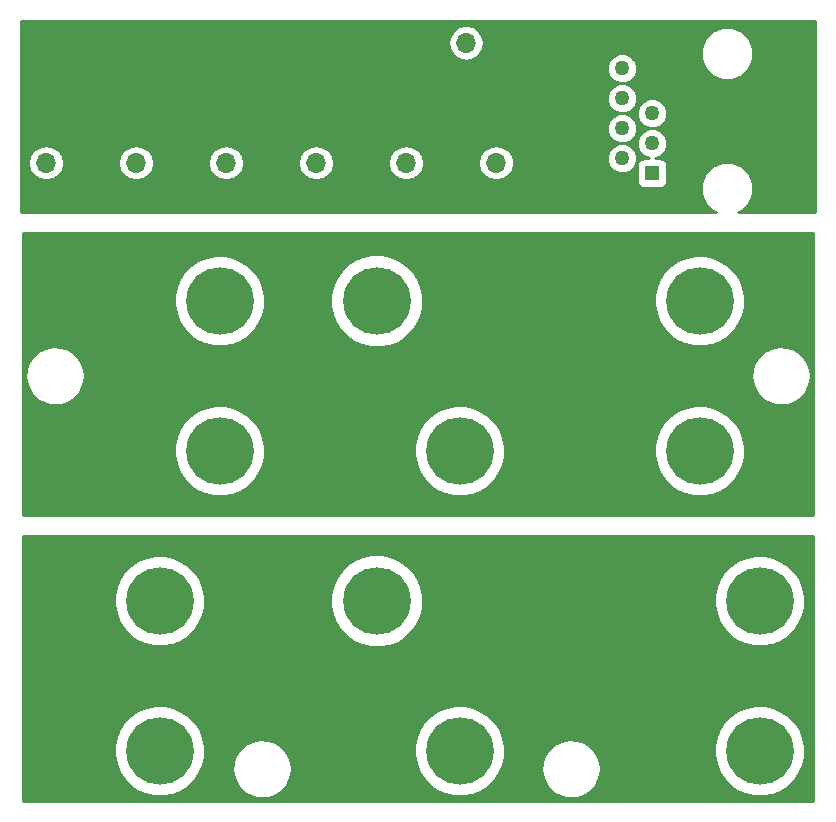
<source format=gbr>
G04 #@! TF.FileFunction,Copper,L2,Bot,Signal*
%FSLAX46Y46*%
G04 Gerber Fmt 4.6, Leading zero omitted, Abs format (unit mm)*
G04 Created by KiCad (PCBNEW 4.0.6) date 01/26/19 15:00:27*
%MOMM*%
%LPD*%
G01*
G04 APERTURE LIST*
%ADD10C,0.100000*%
%ADD11R,1.700000X1.700000*%
%ADD12O,1.700000X1.700000*%
%ADD13R,1.268000X1.268000*%
%ADD14C,1.268000*%
%ADD15C,5.715000*%
%ADD16C,0.254000*%
G04 APERTURE END LIST*
D10*
D11*
X144526000Y-66040000D03*
D12*
X147066000Y-66040000D03*
D11*
X111506000Y-73660000D03*
D12*
X111506000Y-76200000D03*
D11*
X119126000Y-73660000D03*
D12*
X119126000Y-76200000D03*
D11*
X126746000Y-73660000D03*
D12*
X126746000Y-76200000D03*
D11*
X134366000Y-73660000D03*
D12*
X134366000Y-76200000D03*
D11*
X141986000Y-73660000D03*
D12*
X141986000Y-76200000D03*
D11*
X149606000Y-73660000D03*
D12*
X149606000Y-76200000D03*
D13*
X162814000Y-77089000D03*
D14*
X160274000Y-75819000D03*
X162814000Y-74549000D03*
X160274000Y-73279000D03*
X162814000Y-72009000D03*
X160274000Y-70739000D03*
X162814000Y-69469000D03*
X160274000Y-68199000D03*
D15*
X146361150Y-87884000D03*
X139490450Y-87884000D03*
X146361150Y-113284000D03*
X139490450Y-113284000D03*
X165042850Y-113284000D03*
X171913550Y-113284000D03*
X114242850Y-125984000D03*
X121113550Y-125984000D03*
X139642850Y-125984000D03*
X146513550Y-125984000D03*
X165042850Y-125984000D03*
X171913550Y-125984000D03*
X119322850Y-100584000D03*
X126193550Y-100584000D03*
X114242850Y-113284000D03*
X121113550Y-113284000D03*
X159962850Y-100584000D03*
X166833550Y-100584000D03*
X139642850Y-100584000D03*
X146513550Y-100584000D03*
X119322850Y-87884000D03*
X126193550Y-87884000D03*
X159962850Y-87884000D03*
X166833550Y-87884000D03*
D16*
G36*
X176455000Y-106045000D02*
X109549000Y-106045000D01*
X109549000Y-100908306D01*
X122331490Y-100908306D01*
X122468034Y-101652274D01*
X122746482Y-102355552D01*
X123156227Y-102991353D01*
X123681663Y-103535457D01*
X124302776Y-103967142D01*
X124995908Y-104269964D01*
X125734657Y-104432389D01*
X126490886Y-104448229D01*
X127235790Y-104316883D01*
X127940994Y-104043352D01*
X128579640Y-103638055D01*
X129127399Y-103116431D01*
X129563410Y-102498347D01*
X129871063Y-101807346D01*
X130038641Y-101069748D01*
X130040895Y-100908306D01*
X142651490Y-100908306D01*
X142788034Y-101652274D01*
X143066482Y-102355552D01*
X143476227Y-102991353D01*
X144001663Y-103535457D01*
X144622776Y-103967142D01*
X145315908Y-104269964D01*
X146054657Y-104432389D01*
X146810886Y-104448229D01*
X147555790Y-104316883D01*
X148260994Y-104043352D01*
X148899640Y-103638055D01*
X149447399Y-103116431D01*
X149883410Y-102498347D01*
X150191063Y-101807346D01*
X150358641Y-101069748D01*
X150360895Y-100908306D01*
X162971490Y-100908306D01*
X163108034Y-101652274D01*
X163386482Y-102355552D01*
X163796227Y-102991353D01*
X164321663Y-103535457D01*
X164942776Y-103967142D01*
X165635908Y-104269964D01*
X166374657Y-104432389D01*
X167130886Y-104448229D01*
X167875790Y-104316883D01*
X168580994Y-104043352D01*
X169219640Y-103638055D01*
X169767399Y-103116431D01*
X170203410Y-102498347D01*
X170511063Y-101807346D01*
X170678641Y-101069748D01*
X170690705Y-100205803D01*
X170543787Y-99463813D01*
X170255548Y-98764492D01*
X169836965Y-98134474D01*
X169303984Y-97597759D01*
X168676904Y-97174788D01*
X167979611Y-96881674D01*
X167238666Y-96729579D01*
X166482290Y-96724299D01*
X165739293Y-96866033D01*
X165037976Y-97149383D01*
X164405052Y-97563557D01*
X163864628Y-98092779D01*
X163437290Y-98716890D01*
X163139315Y-99412120D01*
X162982051Y-100151985D01*
X162971490Y-100908306D01*
X150360895Y-100908306D01*
X150370705Y-100205803D01*
X150223787Y-99463813D01*
X149935548Y-98764492D01*
X149516965Y-98134474D01*
X148983984Y-97597759D01*
X148356904Y-97174788D01*
X147659611Y-96881674D01*
X146918666Y-96729579D01*
X146162290Y-96724299D01*
X145419293Y-96866033D01*
X144717976Y-97149383D01*
X144085052Y-97563557D01*
X143544628Y-98092779D01*
X143117290Y-98716890D01*
X142819315Y-99412120D01*
X142662051Y-100151985D01*
X142651490Y-100908306D01*
X130040895Y-100908306D01*
X130050705Y-100205803D01*
X129903787Y-99463813D01*
X129615548Y-98764492D01*
X129196965Y-98134474D01*
X128663984Y-97597759D01*
X128036904Y-97174788D01*
X127339611Y-96881674D01*
X126598666Y-96729579D01*
X125842290Y-96724299D01*
X125099293Y-96866033D01*
X124397976Y-97149383D01*
X123765052Y-97563557D01*
X123224628Y-98092779D01*
X122797290Y-98716890D01*
X122499315Y-99412120D01*
X122342051Y-100151985D01*
X122331490Y-100908306D01*
X109549000Y-100908306D01*
X109549000Y-94269073D01*
X109756245Y-94269073D01*
X109810893Y-94756274D01*
X109959132Y-95223582D01*
X110195315Y-95653197D01*
X110510446Y-96028755D01*
X110892521Y-96335952D01*
X111326988Y-96563086D01*
X111797298Y-96701506D01*
X112285537Y-96745939D01*
X112773108Y-96694693D01*
X113241439Y-96549720D01*
X113672693Y-96316542D01*
X114050442Y-96004041D01*
X114360298Y-95624120D01*
X114590460Y-95191249D01*
X114732159Y-94721917D01*
X114776561Y-94269073D01*
X171224245Y-94269073D01*
X171278893Y-94756274D01*
X171427132Y-95223582D01*
X171663315Y-95653197D01*
X171978446Y-96028755D01*
X172360521Y-96335952D01*
X172794988Y-96563086D01*
X173265298Y-96701506D01*
X173753537Y-96745939D01*
X174241108Y-96694693D01*
X174709439Y-96549720D01*
X175140693Y-96316542D01*
X175518442Y-96004041D01*
X175828298Y-95624120D01*
X176058460Y-95191249D01*
X176200159Y-94721917D01*
X176248000Y-94234000D01*
X176247021Y-94163861D01*
X176185575Y-93677470D01*
X176030826Y-93212278D01*
X175788668Y-92786002D01*
X175468324Y-92414880D01*
X175081997Y-92113048D01*
X174644401Y-91892003D01*
X174172204Y-91760163D01*
X173683393Y-91722551D01*
X173196585Y-91780599D01*
X172730323Y-91932097D01*
X172302368Y-92171273D01*
X171929018Y-92489018D01*
X171624497Y-92873229D01*
X171400401Y-93309271D01*
X171265268Y-93780536D01*
X171224245Y-94269073D01*
X114776561Y-94269073D01*
X114780000Y-94234000D01*
X114779021Y-94163861D01*
X114717575Y-93677470D01*
X114562826Y-93212278D01*
X114320668Y-92786002D01*
X114000324Y-92414880D01*
X113613997Y-92113048D01*
X113176401Y-91892003D01*
X112704204Y-91760163D01*
X112215393Y-91722551D01*
X111728585Y-91780599D01*
X111262323Y-91932097D01*
X110834368Y-92171273D01*
X110461018Y-92489018D01*
X110156497Y-92873229D01*
X109932401Y-93309271D01*
X109797268Y-93780536D01*
X109756245Y-94269073D01*
X109549000Y-94269073D01*
X109549000Y-88208306D01*
X122331490Y-88208306D01*
X122468034Y-88952274D01*
X122746482Y-89655552D01*
X123156227Y-90291353D01*
X123681663Y-90835457D01*
X124302776Y-91267142D01*
X124995908Y-91569964D01*
X125734657Y-91732389D01*
X126490886Y-91748229D01*
X127235790Y-91616883D01*
X127940994Y-91343352D01*
X128579640Y-90938055D01*
X129127399Y-90416431D01*
X129563410Y-89798347D01*
X129871063Y-89107346D01*
X130038641Y-88369748D01*
X130040801Y-88215034D01*
X135548275Y-88215034D01*
X135687652Y-88974435D01*
X135971875Y-89692302D01*
X136390120Y-90341291D01*
X136926456Y-90896683D01*
X137560453Y-91337323D01*
X138267964Y-91646426D01*
X139022038Y-91812220D01*
X139793954Y-91828390D01*
X140554310Y-91694318D01*
X141274144Y-91415113D01*
X141926037Y-91001409D01*
X142485160Y-90468964D01*
X142930215Y-89838058D01*
X143244250Y-89132723D01*
X143415304Y-88379824D01*
X143417699Y-88208306D01*
X162971490Y-88208306D01*
X163108034Y-88952274D01*
X163386482Y-89655552D01*
X163796227Y-90291353D01*
X164321663Y-90835457D01*
X164942776Y-91267142D01*
X165635908Y-91569964D01*
X166374657Y-91732389D01*
X167130886Y-91748229D01*
X167875790Y-91616883D01*
X168580994Y-91343352D01*
X169219640Y-90938055D01*
X169767399Y-90416431D01*
X170203410Y-89798347D01*
X170511063Y-89107346D01*
X170678641Y-88369748D01*
X170690705Y-87505803D01*
X170543787Y-86763813D01*
X170255548Y-86064492D01*
X169836965Y-85434474D01*
X169303984Y-84897759D01*
X168676904Y-84474788D01*
X167979611Y-84181674D01*
X167238666Y-84029579D01*
X166482290Y-84024299D01*
X165739293Y-84166033D01*
X165037976Y-84449383D01*
X164405052Y-84863557D01*
X163864628Y-85392779D01*
X163437290Y-86016890D01*
X163139315Y-86712120D01*
X162982051Y-87451985D01*
X162971490Y-88208306D01*
X143417699Y-88208306D01*
X143427618Y-87497957D01*
X143277653Y-86740576D01*
X142983434Y-86026747D01*
X142556168Y-85383661D01*
X142012131Y-84835812D01*
X141372043Y-84404067D01*
X140660286Y-84104872D01*
X139903970Y-83949623D01*
X139131903Y-83944233D01*
X138373493Y-84088907D01*
X137657628Y-84378135D01*
X137011575Y-84800901D01*
X136459941Y-85341101D01*
X136023738Y-85978159D01*
X135719581Y-86687810D01*
X135559055Y-87443023D01*
X135548275Y-88215034D01*
X130040801Y-88215034D01*
X130050705Y-87505803D01*
X129903787Y-86763813D01*
X129615548Y-86064492D01*
X129196965Y-85434474D01*
X128663984Y-84897759D01*
X128036904Y-84474788D01*
X127339611Y-84181674D01*
X126598666Y-84029579D01*
X125842290Y-84024299D01*
X125099293Y-84166033D01*
X124397976Y-84449383D01*
X123765052Y-84863557D01*
X123224628Y-85392779D01*
X122797290Y-86016890D01*
X122499315Y-86712120D01*
X122342051Y-87451985D01*
X122331490Y-88208306D01*
X109549000Y-88208306D01*
X109549000Y-82169000D01*
X176455000Y-82169000D01*
X176455000Y-106045000D01*
X176455000Y-106045000D01*
G37*
X176455000Y-106045000D02*
X109549000Y-106045000D01*
X109549000Y-100908306D01*
X122331490Y-100908306D01*
X122468034Y-101652274D01*
X122746482Y-102355552D01*
X123156227Y-102991353D01*
X123681663Y-103535457D01*
X124302776Y-103967142D01*
X124995908Y-104269964D01*
X125734657Y-104432389D01*
X126490886Y-104448229D01*
X127235790Y-104316883D01*
X127940994Y-104043352D01*
X128579640Y-103638055D01*
X129127399Y-103116431D01*
X129563410Y-102498347D01*
X129871063Y-101807346D01*
X130038641Y-101069748D01*
X130040895Y-100908306D01*
X142651490Y-100908306D01*
X142788034Y-101652274D01*
X143066482Y-102355552D01*
X143476227Y-102991353D01*
X144001663Y-103535457D01*
X144622776Y-103967142D01*
X145315908Y-104269964D01*
X146054657Y-104432389D01*
X146810886Y-104448229D01*
X147555790Y-104316883D01*
X148260994Y-104043352D01*
X148899640Y-103638055D01*
X149447399Y-103116431D01*
X149883410Y-102498347D01*
X150191063Y-101807346D01*
X150358641Y-101069748D01*
X150360895Y-100908306D01*
X162971490Y-100908306D01*
X163108034Y-101652274D01*
X163386482Y-102355552D01*
X163796227Y-102991353D01*
X164321663Y-103535457D01*
X164942776Y-103967142D01*
X165635908Y-104269964D01*
X166374657Y-104432389D01*
X167130886Y-104448229D01*
X167875790Y-104316883D01*
X168580994Y-104043352D01*
X169219640Y-103638055D01*
X169767399Y-103116431D01*
X170203410Y-102498347D01*
X170511063Y-101807346D01*
X170678641Y-101069748D01*
X170690705Y-100205803D01*
X170543787Y-99463813D01*
X170255548Y-98764492D01*
X169836965Y-98134474D01*
X169303984Y-97597759D01*
X168676904Y-97174788D01*
X167979611Y-96881674D01*
X167238666Y-96729579D01*
X166482290Y-96724299D01*
X165739293Y-96866033D01*
X165037976Y-97149383D01*
X164405052Y-97563557D01*
X163864628Y-98092779D01*
X163437290Y-98716890D01*
X163139315Y-99412120D01*
X162982051Y-100151985D01*
X162971490Y-100908306D01*
X150360895Y-100908306D01*
X150370705Y-100205803D01*
X150223787Y-99463813D01*
X149935548Y-98764492D01*
X149516965Y-98134474D01*
X148983984Y-97597759D01*
X148356904Y-97174788D01*
X147659611Y-96881674D01*
X146918666Y-96729579D01*
X146162290Y-96724299D01*
X145419293Y-96866033D01*
X144717976Y-97149383D01*
X144085052Y-97563557D01*
X143544628Y-98092779D01*
X143117290Y-98716890D01*
X142819315Y-99412120D01*
X142662051Y-100151985D01*
X142651490Y-100908306D01*
X130040895Y-100908306D01*
X130050705Y-100205803D01*
X129903787Y-99463813D01*
X129615548Y-98764492D01*
X129196965Y-98134474D01*
X128663984Y-97597759D01*
X128036904Y-97174788D01*
X127339611Y-96881674D01*
X126598666Y-96729579D01*
X125842290Y-96724299D01*
X125099293Y-96866033D01*
X124397976Y-97149383D01*
X123765052Y-97563557D01*
X123224628Y-98092779D01*
X122797290Y-98716890D01*
X122499315Y-99412120D01*
X122342051Y-100151985D01*
X122331490Y-100908306D01*
X109549000Y-100908306D01*
X109549000Y-94269073D01*
X109756245Y-94269073D01*
X109810893Y-94756274D01*
X109959132Y-95223582D01*
X110195315Y-95653197D01*
X110510446Y-96028755D01*
X110892521Y-96335952D01*
X111326988Y-96563086D01*
X111797298Y-96701506D01*
X112285537Y-96745939D01*
X112773108Y-96694693D01*
X113241439Y-96549720D01*
X113672693Y-96316542D01*
X114050442Y-96004041D01*
X114360298Y-95624120D01*
X114590460Y-95191249D01*
X114732159Y-94721917D01*
X114776561Y-94269073D01*
X171224245Y-94269073D01*
X171278893Y-94756274D01*
X171427132Y-95223582D01*
X171663315Y-95653197D01*
X171978446Y-96028755D01*
X172360521Y-96335952D01*
X172794988Y-96563086D01*
X173265298Y-96701506D01*
X173753537Y-96745939D01*
X174241108Y-96694693D01*
X174709439Y-96549720D01*
X175140693Y-96316542D01*
X175518442Y-96004041D01*
X175828298Y-95624120D01*
X176058460Y-95191249D01*
X176200159Y-94721917D01*
X176248000Y-94234000D01*
X176247021Y-94163861D01*
X176185575Y-93677470D01*
X176030826Y-93212278D01*
X175788668Y-92786002D01*
X175468324Y-92414880D01*
X175081997Y-92113048D01*
X174644401Y-91892003D01*
X174172204Y-91760163D01*
X173683393Y-91722551D01*
X173196585Y-91780599D01*
X172730323Y-91932097D01*
X172302368Y-92171273D01*
X171929018Y-92489018D01*
X171624497Y-92873229D01*
X171400401Y-93309271D01*
X171265268Y-93780536D01*
X171224245Y-94269073D01*
X114776561Y-94269073D01*
X114780000Y-94234000D01*
X114779021Y-94163861D01*
X114717575Y-93677470D01*
X114562826Y-93212278D01*
X114320668Y-92786002D01*
X114000324Y-92414880D01*
X113613997Y-92113048D01*
X113176401Y-91892003D01*
X112704204Y-91760163D01*
X112215393Y-91722551D01*
X111728585Y-91780599D01*
X111262323Y-91932097D01*
X110834368Y-92171273D01*
X110461018Y-92489018D01*
X110156497Y-92873229D01*
X109932401Y-93309271D01*
X109797268Y-93780536D01*
X109756245Y-94269073D01*
X109549000Y-94269073D01*
X109549000Y-88208306D01*
X122331490Y-88208306D01*
X122468034Y-88952274D01*
X122746482Y-89655552D01*
X123156227Y-90291353D01*
X123681663Y-90835457D01*
X124302776Y-91267142D01*
X124995908Y-91569964D01*
X125734657Y-91732389D01*
X126490886Y-91748229D01*
X127235790Y-91616883D01*
X127940994Y-91343352D01*
X128579640Y-90938055D01*
X129127399Y-90416431D01*
X129563410Y-89798347D01*
X129871063Y-89107346D01*
X130038641Y-88369748D01*
X130040801Y-88215034D01*
X135548275Y-88215034D01*
X135687652Y-88974435D01*
X135971875Y-89692302D01*
X136390120Y-90341291D01*
X136926456Y-90896683D01*
X137560453Y-91337323D01*
X138267964Y-91646426D01*
X139022038Y-91812220D01*
X139793954Y-91828390D01*
X140554310Y-91694318D01*
X141274144Y-91415113D01*
X141926037Y-91001409D01*
X142485160Y-90468964D01*
X142930215Y-89838058D01*
X143244250Y-89132723D01*
X143415304Y-88379824D01*
X143417699Y-88208306D01*
X162971490Y-88208306D01*
X163108034Y-88952274D01*
X163386482Y-89655552D01*
X163796227Y-90291353D01*
X164321663Y-90835457D01*
X164942776Y-91267142D01*
X165635908Y-91569964D01*
X166374657Y-91732389D01*
X167130886Y-91748229D01*
X167875790Y-91616883D01*
X168580994Y-91343352D01*
X169219640Y-90938055D01*
X169767399Y-90416431D01*
X170203410Y-89798347D01*
X170511063Y-89107346D01*
X170678641Y-88369748D01*
X170690705Y-87505803D01*
X170543787Y-86763813D01*
X170255548Y-86064492D01*
X169836965Y-85434474D01*
X169303984Y-84897759D01*
X168676904Y-84474788D01*
X167979611Y-84181674D01*
X167238666Y-84029579D01*
X166482290Y-84024299D01*
X165739293Y-84166033D01*
X165037976Y-84449383D01*
X164405052Y-84863557D01*
X163864628Y-85392779D01*
X163437290Y-86016890D01*
X163139315Y-86712120D01*
X162982051Y-87451985D01*
X162971490Y-88208306D01*
X143417699Y-88208306D01*
X143427618Y-87497957D01*
X143277653Y-86740576D01*
X142983434Y-86026747D01*
X142556168Y-85383661D01*
X142012131Y-84835812D01*
X141372043Y-84404067D01*
X140660286Y-84104872D01*
X139903970Y-83949623D01*
X139131903Y-83944233D01*
X138373493Y-84088907D01*
X137657628Y-84378135D01*
X137011575Y-84800901D01*
X136459941Y-85341101D01*
X136023738Y-85978159D01*
X135719581Y-86687810D01*
X135559055Y-87443023D01*
X135548275Y-88215034D01*
X130040801Y-88215034D01*
X130050705Y-87505803D01*
X129903787Y-86763813D01*
X129615548Y-86064492D01*
X129196965Y-85434474D01*
X128663984Y-84897759D01*
X128036904Y-84474788D01*
X127339611Y-84181674D01*
X126598666Y-84029579D01*
X125842290Y-84024299D01*
X125099293Y-84166033D01*
X124397976Y-84449383D01*
X123765052Y-84863557D01*
X123224628Y-85392779D01*
X122797290Y-86016890D01*
X122499315Y-86712120D01*
X122342051Y-87451985D01*
X122331490Y-88208306D01*
X109549000Y-88208306D01*
X109549000Y-82169000D01*
X176455000Y-82169000D01*
X176455000Y-106045000D01*
G36*
X176455000Y-130227000D02*
X109549000Y-130227000D01*
X109549000Y-126308306D01*
X117251490Y-126308306D01*
X117388034Y-127052274D01*
X117666482Y-127755552D01*
X118076227Y-128391353D01*
X118601663Y-128935457D01*
X119222776Y-129367142D01*
X119915908Y-129669964D01*
X120654657Y-129832389D01*
X121410886Y-129848229D01*
X122155790Y-129716883D01*
X122860994Y-129443352D01*
X123499640Y-129038055D01*
X124047399Y-128516431D01*
X124483410Y-127898347D01*
X124641587Y-127543073D01*
X127282245Y-127543073D01*
X127336893Y-128030274D01*
X127485132Y-128497582D01*
X127721315Y-128927197D01*
X128036446Y-129302755D01*
X128418521Y-129609952D01*
X128852988Y-129837086D01*
X129323298Y-129975506D01*
X129811537Y-130019939D01*
X130299108Y-129968693D01*
X130767439Y-129823720D01*
X131198693Y-129590542D01*
X131576442Y-129278041D01*
X131886298Y-128898120D01*
X132116460Y-128465249D01*
X132258159Y-127995917D01*
X132306000Y-127508000D01*
X132305021Y-127437861D01*
X132243575Y-126951470D01*
X132088826Y-126486278D01*
X131987725Y-126308306D01*
X142651490Y-126308306D01*
X142788034Y-127052274D01*
X143066482Y-127755552D01*
X143476227Y-128391353D01*
X144001663Y-128935457D01*
X144622776Y-129367142D01*
X145315908Y-129669964D01*
X146054657Y-129832389D01*
X146810886Y-129848229D01*
X147555790Y-129716883D01*
X148260994Y-129443352D01*
X148899640Y-129038055D01*
X149447399Y-128516431D01*
X149883410Y-127898347D01*
X150041587Y-127543073D01*
X153444245Y-127543073D01*
X153498893Y-128030274D01*
X153647132Y-128497582D01*
X153883315Y-128927197D01*
X154198446Y-129302755D01*
X154580521Y-129609952D01*
X155014988Y-129837086D01*
X155485298Y-129975506D01*
X155973537Y-130019939D01*
X156461108Y-129968693D01*
X156929439Y-129823720D01*
X157360693Y-129590542D01*
X157738442Y-129278041D01*
X158048298Y-128898120D01*
X158278460Y-128465249D01*
X158420159Y-127995917D01*
X158468000Y-127508000D01*
X158467021Y-127437861D01*
X158405575Y-126951470D01*
X158250826Y-126486278D01*
X158149725Y-126308306D01*
X168051490Y-126308306D01*
X168188034Y-127052274D01*
X168466482Y-127755552D01*
X168876227Y-128391353D01*
X169401663Y-128935457D01*
X170022776Y-129367142D01*
X170715908Y-129669964D01*
X171454657Y-129832389D01*
X172210886Y-129848229D01*
X172955790Y-129716883D01*
X173660994Y-129443352D01*
X174299640Y-129038055D01*
X174847399Y-128516431D01*
X175283410Y-127898347D01*
X175591063Y-127207346D01*
X175758641Y-126469748D01*
X175770705Y-125605803D01*
X175623787Y-124863813D01*
X175335548Y-124164492D01*
X174916965Y-123534474D01*
X174383984Y-122997759D01*
X173756904Y-122574788D01*
X173059611Y-122281674D01*
X172318666Y-122129579D01*
X171562290Y-122124299D01*
X170819293Y-122266033D01*
X170117976Y-122549383D01*
X169485052Y-122963557D01*
X168944628Y-123492779D01*
X168517290Y-124116890D01*
X168219315Y-124812120D01*
X168062051Y-125551985D01*
X168051490Y-126308306D01*
X158149725Y-126308306D01*
X158008668Y-126060002D01*
X157688324Y-125688880D01*
X157301997Y-125387048D01*
X156864401Y-125166003D01*
X156392204Y-125034163D01*
X155903393Y-124996551D01*
X155416585Y-125054599D01*
X154950323Y-125206097D01*
X154522368Y-125445273D01*
X154149018Y-125763018D01*
X153844497Y-126147229D01*
X153620401Y-126583271D01*
X153485268Y-127054536D01*
X153444245Y-127543073D01*
X150041587Y-127543073D01*
X150191063Y-127207346D01*
X150358641Y-126469748D01*
X150370705Y-125605803D01*
X150223787Y-124863813D01*
X149935548Y-124164492D01*
X149516965Y-123534474D01*
X148983984Y-122997759D01*
X148356904Y-122574788D01*
X147659611Y-122281674D01*
X146918666Y-122129579D01*
X146162290Y-122124299D01*
X145419293Y-122266033D01*
X144717976Y-122549383D01*
X144085052Y-122963557D01*
X143544628Y-123492779D01*
X143117290Y-124116890D01*
X142819315Y-124812120D01*
X142662051Y-125551985D01*
X142651490Y-126308306D01*
X131987725Y-126308306D01*
X131846668Y-126060002D01*
X131526324Y-125688880D01*
X131139997Y-125387048D01*
X130702401Y-125166003D01*
X130230204Y-125034163D01*
X129741393Y-124996551D01*
X129254585Y-125054599D01*
X128788323Y-125206097D01*
X128360368Y-125445273D01*
X127987018Y-125763018D01*
X127682497Y-126147229D01*
X127458401Y-126583271D01*
X127323268Y-127054536D01*
X127282245Y-127543073D01*
X124641587Y-127543073D01*
X124791063Y-127207346D01*
X124958641Y-126469748D01*
X124970705Y-125605803D01*
X124823787Y-124863813D01*
X124535548Y-124164492D01*
X124116965Y-123534474D01*
X123583984Y-122997759D01*
X122956904Y-122574788D01*
X122259611Y-122281674D01*
X121518666Y-122129579D01*
X120762290Y-122124299D01*
X120019293Y-122266033D01*
X119317976Y-122549383D01*
X118685052Y-122963557D01*
X118144628Y-123492779D01*
X117717290Y-124116890D01*
X117419315Y-124812120D01*
X117262051Y-125551985D01*
X117251490Y-126308306D01*
X109549000Y-126308306D01*
X109549000Y-113608306D01*
X117251490Y-113608306D01*
X117388034Y-114352274D01*
X117666482Y-115055552D01*
X118076227Y-115691353D01*
X118601663Y-116235457D01*
X119222776Y-116667142D01*
X119915908Y-116969964D01*
X120654657Y-117132389D01*
X121410886Y-117148229D01*
X122155790Y-117016883D01*
X122860994Y-116743352D01*
X123499640Y-116338055D01*
X124047399Y-115816431D01*
X124483410Y-115198347D01*
X124791063Y-114507346D01*
X124958641Y-113769748D01*
X124960801Y-113615034D01*
X135548275Y-113615034D01*
X135687652Y-114374435D01*
X135971875Y-115092302D01*
X136390120Y-115741291D01*
X136926456Y-116296683D01*
X137560453Y-116737323D01*
X138267964Y-117046426D01*
X139022038Y-117212220D01*
X139793954Y-117228390D01*
X140554310Y-117094318D01*
X141274144Y-116815113D01*
X141926037Y-116401409D01*
X142485160Y-115868964D01*
X142930215Y-115238058D01*
X143244250Y-114532723D01*
X143415304Y-113779824D01*
X143417699Y-113608306D01*
X168051490Y-113608306D01*
X168188034Y-114352274D01*
X168466482Y-115055552D01*
X168876227Y-115691353D01*
X169401663Y-116235457D01*
X170022776Y-116667142D01*
X170715908Y-116969964D01*
X171454657Y-117132389D01*
X172210886Y-117148229D01*
X172955790Y-117016883D01*
X173660994Y-116743352D01*
X174299640Y-116338055D01*
X174847399Y-115816431D01*
X175283410Y-115198347D01*
X175591063Y-114507346D01*
X175758641Y-113769748D01*
X175770705Y-112905803D01*
X175623787Y-112163813D01*
X175335548Y-111464492D01*
X174916965Y-110834474D01*
X174383984Y-110297759D01*
X173756904Y-109874788D01*
X173059611Y-109581674D01*
X172318666Y-109429579D01*
X171562290Y-109424299D01*
X170819293Y-109566033D01*
X170117976Y-109849383D01*
X169485052Y-110263557D01*
X168944628Y-110792779D01*
X168517290Y-111416890D01*
X168219315Y-112112120D01*
X168062051Y-112851985D01*
X168051490Y-113608306D01*
X143417699Y-113608306D01*
X143427618Y-112897957D01*
X143277653Y-112140576D01*
X142983434Y-111426747D01*
X142556168Y-110783661D01*
X142012131Y-110235812D01*
X141372043Y-109804067D01*
X140660286Y-109504872D01*
X139903970Y-109349623D01*
X139131903Y-109344233D01*
X138373493Y-109488907D01*
X137657628Y-109778135D01*
X137011575Y-110200901D01*
X136459941Y-110741101D01*
X136023738Y-111378159D01*
X135719581Y-112087810D01*
X135559055Y-112843023D01*
X135548275Y-113615034D01*
X124960801Y-113615034D01*
X124970705Y-112905803D01*
X124823787Y-112163813D01*
X124535548Y-111464492D01*
X124116965Y-110834474D01*
X123583984Y-110297759D01*
X122956904Y-109874788D01*
X122259611Y-109581674D01*
X121518666Y-109429579D01*
X120762290Y-109424299D01*
X120019293Y-109566033D01*
X119317976Y-109849383D01*
X118685052Y-110263557D01*
X118144628Y-110792779D01*
X117717290Y-111416890D01*
X117419315Y-112112120D01*
X117262051Y-112851985D01*
X117251490Y-113608306D01*
X109549000Y-113608306D01*
X109549000Y-107823000D01*
X176455000Y-107823000D01*
X176455000Y-130227000D01*
X176455000Y-130227000D01*
G37*
X176455000Y-130227000D02*
X109549000Y-130227000D01*
X109549000Y-126308306D01*
X117251490Y-126308306D01*
X117388034Y-127052274D01*
X117666482Y-127755552D01*
X118076227Y-128391353D01*
X118601663Y-128935457D01*
X119222776Y-129367142D01*
X119915908Y-129669964D01*
X120654657Y-129832389D01*
X121410886Y-129848229D01*
X122155790Y-129716883D01*
X122860994Y-129443352D01*
X123499640Y-129038055D01*
X124047399Y-128516431D01*
X124483410Y-127898347D01*
X124641587Y-127543073D01*
X127282245Y-127543073D01*
X127336893Y-128030274D01*
X127485132Y-128497582D01*
X127721315Y-128927197D01*
X128036446Y-129302755D01*
X128418521Y-129609952D01*
X128852988Y-129837086D01*
X129323298Y-129975506D01*
X129811537Y-130019939D01*
X130299108Y-129968693D01*
X130767439Y-129823720D01*
X131198693Y-129590542D01*
X131576442Y-129278041D01*
X131886298Y-128898120D01*
X132116460Y-128465249D01*
X132258159Y-127995917D01*
X132306000Y-127508000D01*
X132305021Y-127437861D01*
X132243575Y-126951470D01*
X132088826Y-126486278D01*
X131987725Y-126308306D01*
X142651490Y-126308306D01*
X142788034Y-127052274D01*
X143066482Y-127755552D01*
X143476227Y-128391353D01*
X144001663Y-128935457D01*
X144622776Y-129367142D01*
X145315908Y-129669964D01*
X146054657Y-129832389D01*
X146810886Y-129848229D01*
X147555790Y-129716883D01*
X148260994Y-129443352D01*
X148899640Y-129038055D01*
X149447399Y-128516431D01*
X149883410Y-127898347D01*
X150041587Y-127543073D01*
X153444245Y-127543073D01*
X153498893Y-128030274D01*
X153647132Y-128497582D01*
X153883315Y-128927197D01*
X154198446Y-129302755D01*
X154580521Y-129609952D01*
X155014988Y-129837086D01*
X155485298Y-129975506D01*
X155973537Y-130019939D01*
X156461108Y-129968693D01*
X156929439Y-129823720D01*
X157360693Y-129590542D01*
X157738442Y-129278041D01*
X158048298Y-128898120D01*
X158278460Y-128465249D01*
X158420159Y-127995917D01*
X158468000Y-127508000D01*
X158467021Y-127437861D01*
X158405575Y-126951470D01*
X158250826Y-126486278D01*
X158149725Y-126308306D01*
X168051490Y-126308306D01*
X168188034Y-127052274D01*
X168466482Y-127755552D01*
X168876227Y-128391353D01*
X169401663Y-128935457D01*
X170022776Y-129367142D01*
X170715908Y-129669964D01*
X171454657Y-129832389D01*
X172210886Y-129848229D01*
X172955790Y-129716883D01*
X173660994Y-129443352D01*
X174299640Y-129038055D01*
X174847399Y-128516431D01*
X175283410Y-127898347D01*
X175591063Y-127207346D01*
X175758641Y-126469748D01*
X175770705Y-125605803D01*
X175623787Y-124863813D01*
X175335548Y-124164492D01*
X174916965Y-123534474D01*
X174383984Y-122997759D01*
X173756904Y-122574788D01*
X173059611Y-122281674D01*
X172318666Y-122129579D01*
X171562290Y-122124299D01*
X170819293Y-122266033D01*
X170117976Y-122549383D01*
X169485052Y-122963557D01*
X168944628Y-123492779D01*
X168517290Y-124116890D01*
X168219315Y-124812120D01*
X168062051Y-125551985D01*
X168051490Y-126308306D01*
X158149725Y-126308306D01*
X158008668Y-126060002D01*
X157688324Y-125688880D01*
X157301997Y-125387048D01*
X156864401Y-125166003D01*
X156392204Y-125034163D01*
X155903393Y-124996551D01*
X155416585Y-125054599D01*
X154950323Y-125206097D01*
X154522368Y-125445273D01*
X154149018Y-125763018D01*
X153844497Y-126147229D01*
X153620401Y-126583271D01*
X153485268Y-127054536D01*
X153444245Y-127543073D01*
X150041587Y-127543073D01*
X150191063Y-127207346D01*
X150358641Y-126469748D01*
X150370705Y-125605803D01*
X150223787Y-124863813D01*
X149935548Y-124164492D01*
X149516965Y-123534474D01*
X148983984Y-122997759D01*
X148356904Y-122574788D01*
X147659611Y-122281674D01*
X146918666Y-122129579D01*
X146162290Y-122124299D01*
X145419293Y-122266033D01*
X144717976Y-122549383D01*
X144085052Y-122963557D01*
X143544628Y-123492779D01*
X143117290Y-124116890D01*
X142819315Y-124812120D01*
X142662051Y-125551985D01*
X142651490Y-126308306D01*
X131987725Y-126308306D01*
X131846668Y-126060002D01*
X131526324Y-125688880D01*
X131139997Y-125387048D01*
X130702401Y-125166003D01*
X130230204Y-125034163D01*
X129741393Y-124996551D01*
X129254585Y-125054599D01*
X128788323Y-125206097D01*
X128360368Y-125445273D01*
X127987018Y-125763018D01*
X127682497Y-126147229D01*
X127458401Y-126583271D01*
X127323268Y-127054536D01*
X127282245Y-127543073D01*
X124641587Y-127543073D01*
X124791063Y-127207346D01*
X124958641Y-126469748D01*
X124970705Y-125605803D01*
X124823787Y-124863813D01*
X124535548Y-124164492D01*
X124116965Y-123534474D01*
X123583984Y-122997759D01*
X122956904Y-122574788D01*
X122259611Y-122281674D01*
X121518666Y-122129579D01*
X120762290Y-122124299D01*
X120019293Y-122266033D01*
X119317976Y-122549383D01*
X118685052Y-122963557D01*
X118144628Y-123492779D01*
X117717290Y-124116890D01*
X117419315Y-124812120D01*
X117262051Y-125551985D01*
X117251490Y-126308306D01*
X109549000Y-126308306D01*
X109549000Y-113608306D01*
X117251490Y-113608306D01*
X117388034Y-114352274D01*
X117666482Y-115055552D01*
X118076227Y-115691353D01*
X118601663Y-116235457D01*
X119222776Y-116667142D01*
X119915908Y-116969964D01*
X120654657Y-117132389D01*
X121410886Y-117148229D01*
X122155790Y-117016883D01*
X122860994Y-116743352D01*
X123499640Y-116338055D01*
X124047399Y-115816431D01*
X124483410Y-115198347D01*
X124791063Y-114507346D01*
X124958641Y-113769748D01*
X124960801Y-113615034D01*
X135548275Y-113615034D01*
X135687652Y-114374435D01*
X135971875Y-115092302D01*
X136390120Y-115741291D01*
X136926456Y-116296683D01*
X137560453Y-116737323D01*
X138267964Y-117046426D01*
X139022038Y-117212220D01*
X139793954Y-117228390D01*
X140554310Y-117094318D01*
X141274144Y-116815113D01*
X141926037Y-116401409D01*
X142485160Y-115868964D01*
X142930215Y-115238058D01*
X143244250Y-114532723D01*
X143415304Y-113779824D01*
X143417699Y-113608306D01*
X168051490Y-113608306D01*
X168188034Y-114352274D01*
X168466482Y-115055552D01*
X168876227Y-115691353D01*
X169401663Y-116235457D01*
X170022776Y-116667142D01*
X170715908Y-116969964D01*
X171454657Y-117132389D01*
X172210886Y-117148229D01*
X172955790Y-117016883D01*
X173660994Y-116743352D01*
X174299640Y-116338055D01*
X174847399Y-115816431D01*
X175283410Y-115198347D01*
X175591063Y-114507346D01*
X175758641Y-113769748D01*
X175770705Y-112905803D01*
X175623787Y-112163813D01*
X175335548Y-111464492D01*
X174916965Y-110834474D01*
X174383984Y-110297759D01*
X173756904Y-109874788D01*
X173059611Y-109581674D01*
X172318666Y-109429579D01*
X171562290Y-109424299D01*
X170819293Y-109566033D01*
X170117976Y-109849383D01*
X169485052Y-110263557D01*
X168944628Y-110792779D01*
X168517290Y-111416890D01*
X168219315Y-112112120D01*
X168062051Y-112851985D01*
X168051490Y-113608306D01*
X143417699Y-113608306D01*
X143427618Y-112897957D01*
X143277653Y-112140576D01*
X142983434Y-111426747D01*
X142556168Y-110783661D01*
X142012131Y-110235812D01*
X141372043Y-109804067D01*
X140660286Y-109504872D01*
X139903970Y-109349623D01*
X139131903Y-109344233D01*
X138373493Y-109488907D01*
X137657628Y-109778135D01*
X137011575Y-110200901D01*
X136459941Y-110741101D01*
X136023738Y-111378159D01*
X135719581Y-112087810D01*
X135559055Y-112843023D01*
X135548275Y-113615034D01*
X124960801Y-113615034D01*
X124970705Y-112905803D01*
X124823787Y-112163813D01*
X124535548Y-111464492D01*
X124116965Y-110834474D01*
X123583984Y-110297759D01*
X122956904Y-109874788D01*
X122259611Y-109581674D01*
X121518666Y-109429579D01*
X120762290Y-109424299D01*
X120019293Y-109566033D01*
X119317976Y-109849383D01*
X118685052Y-110263557D01*
X118144628Y-110792779D01*
X117717290Y-111416890D01*
X117419315Y-112112120D01*
X117262051Y-112851985D01*
X117251490Y-113608306D01*
X109549000Y-113608306D01*
X109549000Y-107823000D01*
X176455000Y-107823000D01*
X176455000Y-130227000D01*
G36*
X176582000Y-80391000D02*
X170098852Y-80391000D01*
X170428372Y-80254845D01*
X171057636Y-79626679D01*
X171398611Y-78805519D01*
X171399387Y-77916381D01*
X171059845Y-77094628D01*
X170431679Y-76465364D01*
X169610519Y-76124389D01*
X168721381Y-76123613D01*
X167899628Y-76463155D01*
X167270364Y-77091321D01*
X166929389Y-77912481D01*
X166928613Y-78801619D01*
X167268155Y-79623372D01*
X167896321Y-80252636D01*
X168229539Y-80391000D01*
X109422000Y-80391000D01*
X109422000Y-76200000D01*
X109991907Y-76200000D01*
X110104946Y-76768285D01*
X110426853Y-77250054D01*
X110908622Y-77571961D01*
X111476907Y-77685000D01*
X111535093Y-77685000D01*
X112103378Y-77571961D01*
X112585147Y-77250054D01*
X112907054Y-76768285D01*
X113020093Y-76200000D01*
X117611907Y-76200000D01*
X117724946Y-76768285D01*
X118046853Y-77250054D01*
X118528622Y-77571961D01*
X119096907Y-77685000D01*
X119155093Y-77685000D01*
X119723378Y-77571961D01*
X120205147Y-77250054D01*
X120527054Y-76768285D01*
X120640093Y-76200000D01*
X125231907Y-76200000D01*
X125344946Y-76768285D01*
X125666853Y-77250054D01*
X126148622Y-77571961D01*
X126716907Y-77685000D01*
X126775093Y-77685000D01*
X127343378Y-77571961D01*
X127825147Y-77250054D01*
X128147054Y-76768285D01*
X128260093Y-76200000D01*
X132851907Y-76200000D01*
X132964946Y-76768285D01*
X133286853Y-77250054D01*
X133768622Y-77571961D01*
X134336907Y-77685000D01*
X134395093Y-77685000D01*
X134963378Y-77571961D01*
X135445147Y-77250054D01*
X135767054Y-76768285D01*
X135880093Y-76200000D01*
X140471907Y-76200000D01*
X140584946Y-76768285D01*
X140906853Y-77250054D01*
X141388622Y-77571961D01*
X141956907Y-77685000D01*
X142015093Y-77685000D01*
X142583378Y-77571961D01*
X143065147Y-77250054D01*
X143387054Y-76768285D01*
X143500093Y-76200000D01*
X148091907Y-76200000D01*
X148204946Y-76768285D01*
X148526853Y-77250054D01*
X149008622Y-77571961D01*
X149576907Y-77685000D01*
X149635093Y-77685000D01*
X150203378Y-77571961D01*
X150685147Y-77250054D01*
X151007054Y-76768285D01*
X151120093Y-76200000D01*
X151094297Y-76070312D01*
X159004780Y-76070312D01*
X159197567Y-76536892D01*
X159554231Y-76894178D01*
X160020473Y-77087779D01*
X160525312Y-77088220D01*
X160991892Y-76895433D01*
X161349178Y-76538769D01*
X161383962Y-76455000D01*
X161532560Y-76455000D01*
X161532560Y-77723000D01*
X161576838Y-77958317D01*
X161715910Y-78174441D01*
X161928110Y-78319431D01*
X162180000Y-78370440D01*
X163448000Y-78370440D01*
X163683317Y-78326162D01*
X163899441Y-78187090D01*
X164044431Y-77974890D01*
X164095440Y-77723000D01*
X164095440Y-76455000D01*
X164051162Y-76219683D01*
X163912090Y-76003559D01*
X163699890Y-75858569D01*
X163448000Y-75807560D01*
X163091111Y-75807560D01*
X163531892Y-75625433D01*
X163889178Y-75268769D01*
X164082779Y-74802527D01*
X164083220Y-74297688D01*
X163890433Y-73831108D01*
X163533769Y-73473822D01*
X163067527Y-73280221D01*
X162562688Y-73279780D01*
X162096108Y-73472567D01*
X161738822Y-73829231D01*
X161545221Y-74295473D01*
X161544780Y-74800312D01*
X161737567Y-75266892D01*
X162094231Y-75624178D01*
X162535863Y-75807560D01*
X162180000Y-75807560D01*
X161944683Y-75851838D01*
X161728559Y-75990910D01*
X161583569Y-76203110D01*
X161532560Y-76455000D01*
X161383962Y-76455000D01*
X161542779Y-76072527D01*
X161543220Y-75567688D01*
X161350433Y-75101108D01*
X160993769Y-74743822D01*
X160527527Y-74550221D01*
X160022688Y-74549780D01*
X159556108Y-74742567D01*
X159198822Y-75099231D01*
X159005221Y-75565473D01*
X159004780Y-76070312D01*
X151094297Y-76070312D01*
X151007054Y-75631715D01*
X150685147Y-75149946D01*
X150203378Y-74828039D01*
X149635093Y-74715000D01*
X149576907Y-74715000D01*
X149008622Y-74828039D01*
X148526853Y-75149946D01*
X148204946Y-75631715D01*
X148091907Y-76200000D01*
X143500093Y-76200000D01*
X143387054Y-75631715D01*
X143065147Y-75149946D01*
X142583378Y-74828039D01*
X142015093Y-74715000D01*
X141956907Y-74715000D01*
X141388622Y-74828039D01*
X140906853Y-75149946D01*
X140584946Y-75631715D01*
X140471907Y-76200000D01*
X135880093Y-76200000D01*
X135767054Y-75631715D01*
X135445147Y-75149946D01*
X134963378Y-74828039D01*
X134395093Y-74715000D01*
X134336907Y-74715000D01*
X133768622Y-74828039D01*
X133286853Y-75149946D01*
X132964946Y-75631715D01*
X132851907Y-76200000D01*
X128260093Y-76200000D01*
X128147054Y-75631715D01*
X127825147Y-75149946D01*
X127343378Y-74828039D01*
X126775093Y-74715000D01*
X126716907Y-74715000D01*
X126148622Y-74828039D01*
X125666853Y-75149946D01*
X125344946Y-75631715D01*
X125231907Y-76200000D01*
X120640093Y-76200000D01*
X120527054Y-75631715D01*
X120205147Y-75149946D01*
X119723378Y-74828039D01*
X119155093Y-74715000D01*
X119096907Y-74715000D01*
X118528622Y-74828039D01*
X118046853Y-75149946D01*
X117724946Y-75631715D01*
X117611907Y-76200000D01*
X113020093Y-76200000D01*
X112907054Y-75631715D01*
X112585147Y-75149946D01*
X112103378Y-74828039D01*
X111535093Y-74715000D01*
X111476907Y-74715000D01*
X110908622Y-74828039D01*
X110426853Y-75149946D01*
X110104946Y-75631715D01*
X109991907Y-76200000D01*
X109422000Y-76200000D01*
X109422000Y-73530312D01*
X159004780Y-73530312D01*
X159197567Y-73996892D01*
X159554231Y-74354178D01*
X160020473Y-74547779D01*
X160525312Y-74548220D01*
X160991892Y-74355433D01*
X161349178Y-73998769D01*
X161542779Y-73532527D01*
X161543220Y-73027688D01*
X161350433Y-72561108D01*
X161050161Y-72260312D01*
X161544780Y-72260312D01*
X161737567Y-72726892D01*
X162094231Y-73084178D01*
X162560473Y-73277779D01*
X163065312Y-73278220D01*
X163531892Y-73085433D01*
X163889178Y-72728769D01*
X164082779Y-72262527D01*
X164083220Y-71757688D01*
X163890433Y-71291108D01*
X163533769Y-70933822D01*
X163067527Y-70740221D01*
X162562688Y-70739780D01*
X162096108Y-70932567D01*
X161738822Y-71289231D01*
X161545221Y-71755473D01*
X161544780Y-72260312D01*
X161050161Y-72260312D01*
X160993769Y-72203822D01*
X160527527Y-72010221D01*
X160022688Y-72009780D01*
X159556108Y-72202567D01*
X159198822Y-72559231D01*
X159005221Y-73025473D01*
X159004780Y-73530312D01*
X109422000Y-73530312D01*
X109422000Y-70990312D01*
X159004780Y-70990312D01*
X159197567Y-71456892D01*
X159554231Y-71814178D01*
X160020473Y-72007779D01*
X160525312Y-72008220D01*
X160991892Y-71815433D01*
X161349178Y-71458769D01*
X161542779Y-70992527D01*
X161543220Y-70487688D01*
X161350433Y-70021108D01*
X160993769Y-69663822D01*
X160527527Y-69470221D01*
X160022688Y-69469780D01*
X159556108Y-69662567D01*
X159198822Y-70019231D01*
X159005221Y-70485473D01*
X159004780Y-70990312D01*
X109422000Y-70990312D01*
X109422000Y-68450312D01*
X159004780Y-68450312D01*
X159197567Y-68916892D01*
X159554231Y-69274178D01*
X160020473Y-69467779D01*
X160525312Y-69468220D01*
X160991892Y-69275433D01*
X161349178Y-68918769D01*
X161542779Y-68452527D01*
X161543220Y-67947688D01*
X161350433Y-67481108D01*
X161241135Y-67371619D01*
X166928613Y-67371619D01*
X167268155Y-68193372D01*
X167896321Y-68822636D01*
X168717481Y-69163611D01*
X169606619Y-69164387D01*
X170428372Y-68824845D01*
X171057636Y-68196679D01*
X171398611Y-67375519D01*
X171399387Y-66486381D01*
X171059845Y-65664628D01*
X170431679Y-65035364D01*
X169610519Y-64694389D01*
X168721381Y-64693613D01*
X167899628Y-65033155D01*
X167270364Y-65661321D01*
X166929389Y-66482481D01*
X166928613Y-67371619D01*
X161241135Y-67371619D01*
X160993769Y-67123822D01*
X160527527Y-66930221D01*
X160022688Y-66929780D01*
X159556108Y-67122567D01*
X159198822Y-67479231D01*
X159005221Y-67945473D01*
X159004780Y-68450312D01*
X109422000Y-68450312D01*
X109422000Y-66010907D01*
X145581000Y-66010907D01*
X145581000Y-66069093D01*
X145694039Y-66637378D01*
X146015946Y-67119147D01*
X146497715Y-67441054D01*
X147066000Y-67554093D01*
X147634285Y-67441054D01*
X148116054Y-67119147D01*
X148437961Y-66637378D01*
X148551000Y-66069093D01*
X148551000Y-66010907D01*
X148437961Y-65442622D01*
X148116054Y-64960853D01*
X147634285Y-64638946D01*
X147066000Y-64525907D01*
X146497715Y-64638946D01*
X146015946Y-64960853D01*
X145694039Y-65442622D01*
X145581000Y-66010907D01*
X109422000Y-66010907D01*
X109422000Y-64210000D01*
X176582000Y-64210000D01*
X176582000Y-80391000D01*
X176582000Y-80391000D01*
G37*
X176582000Y-80391000D02*
X170098852Y-80391000D01*
X170428372Y-80254845D01*
X171057636Y-79626679D01*
X171398611Y-78805519D01*
X171399387Y-77916381D01*
X171059845Y-77094628D01*
X170431679Y-76465364D01*
X169610519Y-76124389D01*
X168721381Y-76123613D01*
X167899628Y-76463155D01*
X167270364Y-77091321D01*
X166929389Y-77912481D01*
X166928613Y-78801619D01*
X167268155Y-79623372D01*
X167896321Y-80252636D01*
X168229539Y-80391000D01*
X109422000Y-80391000D01*
X109422000Y-76200000D01*
X109991907Y-76200000D01*
X110104946Y-76768285D01*
X110426853Y-77250054D01*
X110908622Y-77571961D01*
X111476907Y-77685000D01*
X111535093Y-77685000D01*
X112103378Y-77571961D01*
X112585147Y-77250054D01*
X112907054Y-76768285D01*
X113020093Y-76200000D01*
X117611907Y-76200000D01*
X117724946Y-76768285D01*
X118046853Y-77250054D01*
X118528622Y-77571961D01*
X119096907Y-77685000D01*
X119155093Y-77685000D01*
X119723378Y-77571961D01*
X120205147Y-77250054D01*
X120527054Y-76768285D01*
X120640093Y-76200000D01*
X125231907Y-76200000D01*
X125344946Y-76768285D01*
X125666853Y-77250054D01*
X126148622Y-77571961D01*
X126716907Y-77685000D01*
X126775093Y-77685000D01*
X127343378Y-77571961D01*
X127825147Y-77250054D01*
X128147054Y-76768285D01*
X128260093Y-76200000D01*
X132851907Y-76200000D01*
X132964946Y-76768285D01*
X133286853Y-77250054D01*
X133768622Y-77571961D01*
X134336907Y-77685000D01*
X134395093Y-77685000D01*
X134963378Y-77571961D01*
X135445147Y-77250054D01*
X135767054Y-76768285D01*
X135880093Y-76200000D01*
X140471907Y-76200000D01*
X140584946Y-76768285D01*
X140906853Y-77250054D01*
X141388622Y-77571961D01*
X141956907Y-77685000D01*
X142015093Y-77685000D01*
X142583378Y-77571961D01*
X143065147Y-77250054D01*
X143387054Y-76768285D01*
X143500093Y-76200000D01*
X148091907Y-76200000D01*
X148204946Y-76768285D01*
X148526853Y-77250054D01*
X149008622Y-77571961D01*
X149576907Y-77685000D01*
X149635093Y-77685000D01*
X150203378Y-77571961D01*
X150685147Y-77250054D01*
X151007054Y-76768285D01*
X151120093Y-76200000D01*
X151094297Y-76070312D01*
X159004780Y-76070312D01*
X159197567Y-76536892D01*
X159554231Y-76894178D01*
X160020473Y-77087779D01*
X160525312Y-77088220D01*
X160991892Y-76895433D01*
X161349178Y-76538769D01*
X161383962Y-76455000D01*
X161532560Y-76455000D01*
X161532560Y-77723000D01*
X161576838Y-77958317D01*
X161715910Y-78174441D01*
X161928110Y-78319431D01*
X162180000Y-78370440D01*
X163448000Y-78370440D01*
X163683317Y-78326162D01*
X163899441Y-78187090D01*
X164044431Y-77974890D01*
X164095440Y-77723000D01*
X164095440Y-76455000D01*
X164051162Y-76219683D01*
X163912090Y-76003559D01*
X163699890Y-75858569D01*
X163448000Y-75807560D01*
X163091111Y-75807560D01*
X163531892Y-75625433D01*
X163889178Y-75268769D01*
X164082779Y-74802527D01*
X164083220Y-74297688D01*
X163890433Y-73831108D01*
X163533769Y-73473822D01*
X163067527Y-73280221D01*
X162562688Y-73279780D01*
X162096108Y-73472567D01*
X161738822Y-73829231D01*
X161545221Y-74295473D01*
X161544780Y-74800312D01*
X161737567Y-75266892D01*
X162094231Y-75624178D01*
X162535863Y-75807560D01*
X162180000Y-75807560D01*
X161944683Y-75851838D01*
X161728559Y-75990910D01*
X161583569Y-76203110D01*
X161532560Y-76455000D01*
X161383962Y-76455000D01*
X161542779Y-76072527D01*
X161543220Y-75567688D01*
X161350433Y-75101108D01*
X160993769Y-74743822D01*
X160527527Y-74550221D01*
X160022688Y-74549780D01*
X159556108Y-74742567D01*
X159198822Y-75099231D01*
X159005221Y-75565473D01*
X159004780Y-76070312D01*
X151094297Y-76070312D01*
X151007054Y-75631715D01*
X150685147Y-75149946D01*
X150203378Y-74828039D01*
X149635093Y-74715000D01*
X149576907Y-74715000D01*
X149008622Y-74828039D01*
X148526853Y-75149946D01*
X148204946Y-75631715D01*
X148091907Y-76200000D01*
X143500093Y-76200000D01*
X143387054Y-75631715D01*
X143065147Y-75149946D01*
X142583378Y-74828039D01*
X142015093Y-74715000D01*
X141956907Y-74715000D01*
X141388622Y-74828039D01*
X140906853Y-75149946D01*
X140584946Y-75631715D01*
X140471907Y-76200000D01*
X135880093Y-76200000D01*
X135767054Y-75631715D01*
X135445147Y-75149946D01*
X134963378Y-74828039D01*
X134395093Y-74715000D01*
X134336907Y-74715000D01*
X133768622Y-74828039D01*
X133286853Y-75149946D01*
X132964946Y-75631715D01*
X132851907Y-76200000D01*
X128260093Y-76200000D01*
X128147054Y-75631715D01*
X127825147Y-75149946D01*
X127343378Y-74828039D01*
X126775093Y-74715000D01*
X126716907Y-74715000D01*
X126148622Y-74828039D01*
X125666853Y-75149946D01*
X125344946Y-75631715D01*
X125231907Y-76200000D01*
X120640093Y-76200000D01*
X120527054Y-75631715D01*
X120205147Y-75149946D01*
X119723378Y-74828039D01*
X119155093Y-74715000D01*
X119096907Y-74715000D01*
X118528622Y-74828039D01*
X118046853Y-75149946D01*
X117724946Y-75631715D01*
X117611907Y-76200000D01*
X113020093Y-76200000D01*
X112907054Y-75631715D01*
X112585147Y-75149946D01*
X112103378Y-74828039D01*
X111535093Y-74715000D01*
X111476907Y-74715000D01*
X110908622Y-74828039D01*
X110426853Y-75149946D01*
X110104946Y-75631715D01*
X109991907Y-76200000D01*
X109422000Y-76200000D01*
X109422000Y-73530312D01*
X159004780Y-73530312D01*
X159197567Y-73996892D01*
X159554231Y-74354178D01*
X160020473Y-74547779D01*
X160525312Y-74548220D01*
X160991892Y-74355433D01*
X161349178Y-73998769D01*
X161542779Y-73532527D01*
X161543220Y-73027688D01*
X161350433Y-72561108D01*
X161050161Y-72260312D01*
X161544780Y-72260312D01*
X161737567Y-72726892D01*
X162094231Y-73084178D01*
X162560473Y-73277779D01*
X163065312Y-73278220D01*
X163531892Y-73085433D01*
X163889178Y-72728769D01*
X164082779Y-72262527D01*
X164083220Y-71757688D01*
X163890433Y-71291108D01*
X163533769Y-70933822D01*
X163067527Y-70740221D01*
X162562688Y-70739780D01*
X162096108Y-70932567D01*
X161738822Y-71289231D01*
X161545221Y-71755473D01*
X161544780Y-72260312D01*
X161050161Y-72260312D01*
X160993769Y-72203822D01*
X160527527Y-72010221D01*
X160022688Y-72009780D01*
X159556108Y-72202567D01*
X159198822Y-72559231D01*
X159005221Y-73025473D01*
X159004780Y-73530312D01*
X109422000Y-73530312D01*
X109422000Y-70990312D01*
X159004780Y-70990312D01*
X159197567Y-71456892D01*
X159554231Y-71814178D01*
X160020473Y-72007779D01*
X160525312Y-72008220D01*
X160991892Y-71815433D01*
X161349178Y-71458769D01*
X161542779Y-70992527D01*
X161543220Y-70487688D01*
X161350433Y-70021108D01*
X160993769Y-69663822D01*
X160527527Y-69470221D01*
X160022688Y-69469780D01*
X159556108Y-69662567D01*
X159198822Y-70019231D01*
X159005221Y-70485473D01*
X159004780Y-70990312D01*
X109422000Y-70990312D01*
X109422000Y-68450312D01*
X159004780Y-68450312D01*
X159197567Y-68916892D01*
X159554231Y-69274178D01*
X160020473Y-69467779D01*
X160525312Y-69468220D01*
X160991892Y-69275433D01*
X161349178Y-68918769D01*
X161542779Y-68452527D01*
X161543220Y-67947688D01*
X161350433Y-67481108D01*
X161241135Y-67371619D01*
X166928613Y-67371619D01*
X167268155Y-68193372D01*
X167896321Y-68822636D01*
X168717481Y-69163611D01*
X169606619Y-69164387D01*
X170428372Y-68824845D01*
X171057636Y-68196679D01*
X171398611Y-67375519D01*
X171399387Y-66486381D01*
X171059845Y-65664628D01*
X170431679Y-65035364D01*
X169610519Y-64694389D01*
X168721381Y-64693613D01*
X167899628Y-65033155D01*
X167270364Y-65661321D01*
X166929389Y-66482481D01*
X166928613Y-67371619D01*
X161241135Y-67371619D01*
X160993769Y-67123822D01*
X160527527Y-66930221D01*
X160022688Y-66929780D01*
X159556108Y-67122567D01*
X159198822Y-67479231D01*
X159005221Y-67945473D01*
X159004780Y-68450312D01*
X109422000Y-68450312D01*
X109422000Y-66010907D01*
X145581000Y-66010907D01*
X145581000Y-66069093D01*
X145694039Y-66637378D01*
X146015946Y-67119147D01*
X146497715Y-67441054D01*
X147066000Y-67554093D01*
X147634285Y-67441054D01*
X148116054Y-67119147D01*
X148437961Y-66637378D01*
X148551000Y-66069093D01*
X148551000Y-66010907D01*
X148437961Y-65442622D01*
X148116054Y-64960853D01*
X147634285Y-64638946D01*
X147066000Y-64525907D01*
X146497715Y-64638946D01*
X146015946Y-64960853D01*
X145694039Y-65442622D01*
X145581000Y-66010907D01*
X109422000Y-66010907D01*
X109422000Y-64210000D01*
X176582000Y-64210000D01*
X176582000Y-80391000D01*
M02*

</source>
